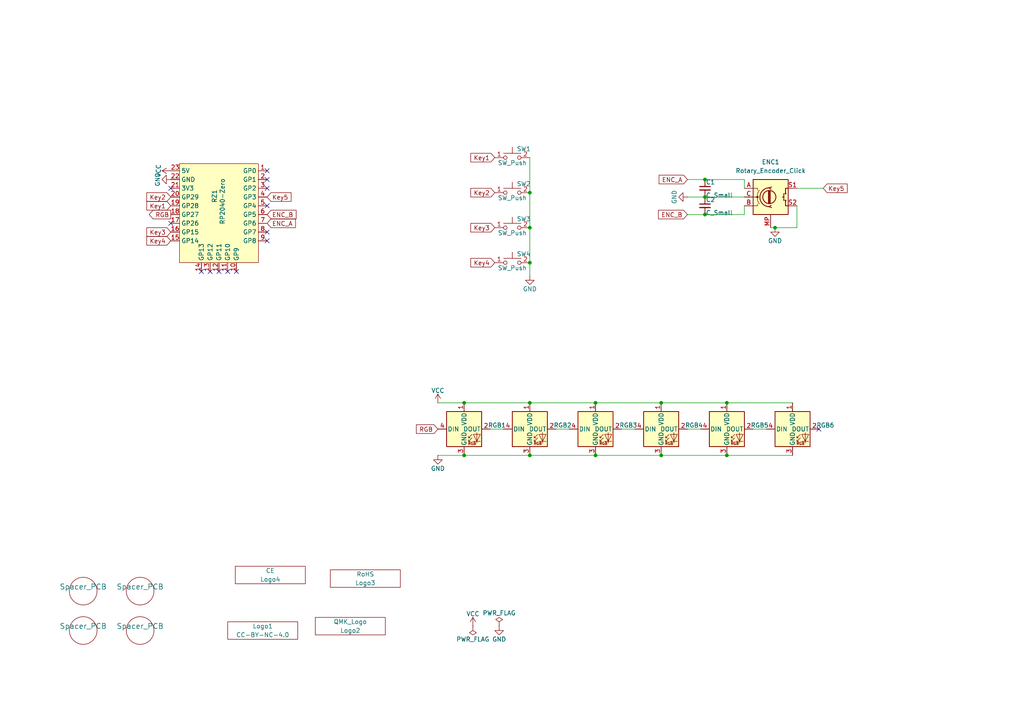
<source format=kicad_sch>
(kicad_sch (version 20250114) (generator "eeschema") (generator_version "9.0")
  (paper "A4")
  (title_block (title "Little Big Scroll 4") (date "2025-03-25") (rev "v2.00") (company "Markus Knutsson <markus.knutsson@tweety.se>") (comment 1 "https://github.com/TweetyDaBird") (comment 2 "Licensed under Creative Commons Attribution-ShareAlike 4.0 International"))
  (lib_symbols
    (symbol "Device:C_Small" (pin_numbers (hide yes)) (pin_names (offset 0.254) (hide yes))
      (property "Reference" "C" (at 0.254 1.778 0))
      (property "Value" "C_Small" (at 0.254 -2.032 0))
      (symbol "C_Small_0_1"
        (polyline (pts (xy -1.524 0.508) (xy 1.524 0.508)) (stroke (width 0.3048)))
        (polyline (pts (xy -1.524 -0.508) (xy 1.524 -0.508)) (stroke (width 0.3302)))
      )
      (symbol "C_Small_1_1"
        (pin passive line (at 0 2.54 270) (length 2.032) (name "~") (number "1"))
        (pin passive line (at 0 -2.54 90) (length 2.032) (name "~") (number "2"))
      )
    )
    (symbol "Keyboard Common:SK6812MINI-E" (pin_names (offset 0.254))
      (property "Reference" "RGB1" (at 9.525 1.1079 0))
      (symbol "SK6812MINI-E_0_0"
        (text "RGB" (at 2.286 -4.191 0) (effects (font (size 0.762 0.762))))
      )
      (symbol "SK6812MINI-E_0_1"
        (polyline (pts (xy 1.27 -2.54) (xy 1.778 -2.54)))
        (polyline (pts (xy 1.27 -3.556) (xy 1.778 -3.556)))
        (polyline (pts (xy 2.286 -1.524) (xy 1.27 -2.54) (xy 1.27 -2.032)))
        (polyline (pts (xy 2.286 -2.54) (xy 1.27 -3.556) (xy 1.27 -3.048)))
        (polyline (pts (xy 3.683 -1.016) (xy 3.683 -3.556) (xy 3.683 -4.064)))
        (polyline (pts (xy 4.699 -1.524) (xy 2.667 -1.524) (xy 3.683 -3.556) (xy 4.699 -1.524)))
        (polyline (pts (xy 4.699 -3.556) (xy 2.667 -3.556)))
        (rectangle (start 5.08 5.08) (end -5.08 -5.08) (stroke (width 0.254)) (fill (type background)))
      )
      (symbol "SK6812MINI-E_1_1"
        (pin input line (at -7.62 0 0) (length 2.54) (name "DIN") (number "4"))
        (pin power_in line (at 0 7.62 270) (length 2.54) (name "VDD") (number "1"))
        (pin power_in line (at 0 -7.62 90) (length 2.54) (name "GND") (number "3"))
        (pin output line (at 7.62 0 180) (length 2.54) (name "DOUT") (number "2"))
      )
    )
    (symbol "Keyboard Switches:Rotary_Encoder_Click" (pin_names (offset 0.254) (hide yes))
      (property "Reference" "ENC1" (at 0 10.16 0))
      (property "Value" "Rotary_Encoder_Click" (at 0 7.62 0))
      (symbol "Rotary_Encoder_Click_0_1"
        (rectangle (start -5.08 5.08) (end 5.08 -5.08) (stroke (width 0.254)) (fill (type background)))
        (polyline (pts (xy -5.08 2.54) (xy -3.81 2.54) (xy -3.81 2.032)))
        (polyline (pts (xy -5.08 0) (xy -3.81 0) (xy -3.81 -1.016) (xy -3.302 -2.032)))
        (polyline (pts (xy -5.08 -2.54) (xy -3.81 -2.54) (xy -3.81 -2.032)))
        (polyline (pts (xy -4.318 0) (xy -3.81 0) (xy -3.81 1.016) (xy -3.302 2.032)))
        (circle (center -3.81 0) (radius 0.254) (fill (type outline)))
        (polyline (pts (xy -0.635 -1.778) (xy -0.635 1.778)) (stroke (width 0.254)))
        (circle (center -0.381 0) (radius 1.905) (stroke (width 0.254)))
        (polyline (pts (xy -0.381 -1.778) (xy -0.381 1.778)) (stroke (width 0.254)))
        (arc (start -0.381 -2.794) (mid -3.0988 -0.0635) (end -0.381 2.667) (stroke (width 0.254)))
        (polyline (pts (xy -0.127 1.778) (xy -0.127 -1.778)) (stroke (width 0.254)))
        (polyline (pts (xy 0.254 2.921) (xy -0.508 2.667) (xy 0.127 2.286)) (stroke (width 0.254)))
        (polyline (pts (xy 0.254 -3.048) (xy -0.508 -2.794) (xy 0.127 -2.413)) (stroke (width 0.254)))
        (polyline (pts (xy 3.81 1.016) (xy 3.81 -1.016)) (stroke (width 0.254)))
        (polyline (pts (xy 3.81 0) (xy 3.429 0)) (stroke (width 0.254)))
        (circle (center 4.318 1.016) (radius 0.127) (stroke (width 0.254)))
        (circle (center 4.318 -1.016) (radius 0.127) (stroke (width 0.254)))
        (polyline (pts (xy 5.08 2.54) (xy 4.318 2.54) (xy 4.318 1.016)) (stroke (width 0.254)))
        (polyline (pts (xy 5.08 -2.54) (xy 4.318 -2.54) (xy 4.318 -1.016)) (stroke (width 0.254)))
      )
      (symbol "Rotary_Encoder_Click_1_1"
        (pin passive line (at -7.62 2.54 0) (length 2.54) (name "A") (number "A"))
        (pin passive line (at -7.62 0 0) (length 2.54) (name "C") (number "C"))
        (pin passive line (at -7.62 -2.54 0) (length 2.54) (name "B") (number "B"))
        (pin power_in line (at 0 -8.89 90) (length 3.7084) (name "GND") (number "MP"))
        (pin power_in line (at 0 -8.89 90) (length 3.7592) (hide yes) (name "GND") (number "MP"))
        (pin passive line (at 7.62 2.54 180) (length 2.54) (name "S1") (number "S1"))
        (pin passive line (at 7.62 -2.54 180) (length 2.54) (name "S2") (number "S2"))
      )
    )
    (symbol "Keyboard Switches:SW_MX_HotSwap" (pin_names (offset 1.016) (hide yes))
      (property "Reference" "SW" (at -1.27 5.08 0))
      (symbol "SW_MX_HotSwap_0_1"
        (circle (center -2.032 0) (radius 0.508))
        (polyline (pts (xy 0 1.27) (xy 0 3.048)))
        (circle (center 2.032 0) (radius 0.508))
        (polyline (pts (xy 2.54 1.27) (xy -2.54 1.27)))
        (pin passive line (at 5.08 0 180) (length 2.54) (name "2") (number "2"))
      )
      (symbol "SW_MX_HotSwap_1_1"
        (pin passive line (at -5.08 0 0) (length 2.54) (name "1") (number "1"))
      )
    )
    (symbol "Keyboard_Controllers:RP2040-Zero"
      (property "Reference" "RZ" (at -1.27 4.064 90))
      (property "Value" "RP2040-Zero" (at 1.016 2.54 90))
      (symbol "RP2040-Zero_0_1"
        (rectangle (start -11.43 13.462) (end 11.43 -15.24) (fill (type background)))
      )
      (symbol "RP2040-Zero_1_1"
        (pin power_in line (at -13.97 11.43 0) (length 2.54) (name "5V") (number "23"))
        (pin power_in line (at -13.97 8.89 0) (length 2.54) (name "GND") (number "22"))
        (pin power_in line (at -13.97 6.35 0) (length 2.54) (name "3V3") (number "21"))
        (pin bidirectional line (at -13.97 3.81 0) (length 2.54) (name "GP29") (number "20"))
        (pin bidirectional line (at -13.97 1.27 0) (length 2.54) (name "GP28") (number "19"))
        (pin bidirectional line (at -13.97 -1.27 0) (length 2.54) (name "GP27") (number "18"))
        (pin bidirectional line (at -13.97 -3.81 0) (length 2.54) (name "GP26") (number "17"))
        (pin bidirectional line (at -13.97 -6.35 0) (length 2.54) (name "GP15") (number "16"))
        (pin bidirectional line (at -13.97 -8.89 0) (length 2.54) (name "GP14") (number "15"))
        (pin bidirectional line (at -5.08 -17.78 90) (length 2.54) (name "GP13") (number "14"))
        (pin bidirectional line (at -2.54 -17.78 90) (length 2.54) (name "GP12") (number "13"))
        (pin bidirectional line (at 0 -17.78 90) (length 2.54) (name "GP11") (number "12"))
        (pin bidirectional line (at 2.54 -17.78 90) (length 2.54) (name "GP10") (number "11"))
        (pin bidirectional line (at 5.08 -17.78 90) (length 2.54) (name "GP9") (number "10"))
        (pin bidirectional line (at 13.97 11.43 180) (length 2.54) (name "GP0") (number "1"))
        (pin bidirectional line (at 13.97 8.89 180) (length 2.54) (name "GP1") (number "2"))
        (pin bidirectional line (at 13.97 6.35 180) (length 2.54) (name "GP2") (number "3"))
        (pin bidirectional line (at 13.97 3.81 180) (length 2.54) (name "GP3") (number "4"))
        (pin bidirectional line (at 13.97 1.27 180) (length 2.54) (name "GP4") (number "5"))
        (pin bidirectional line (at 13.97 -1.27 180) (length 2.54) (name "GP5") (number "6"))
        (pin bidirectional line (at 13.97 -3.81 180) (length 2.54) (name "GP6") (number "7"))
        (pin bidirectional line (at 13.97 -6.35 180) (length 2.54) (name "GP7") (number "8"))
        (pin bidirectional line (at 13.97 -8.89 180) (length 2.54) (name "GP8") (number "9"))
      )
    )
    (symbol "Keyboard_Plate:Spacer_PCB" (pin_names (offset 1.016))
      (property "Value" "Spacer_PCB" (at 0 1.27 0))
      (symbol "Spacer_PCB_0_1"
        (circle (center 0 0) (radius 4.0132))
      )
    )
    (symbol "Logotypes:CC-BY-NC-SA-4.0" (pin_names (offset 1.016))
      (property "Reference" "Logo" (at 0 1.27 0))
      (property "Value" "CC-BY-NC-SA-4.0" (at 0 -1.27 0))
      (symbol "CC-BY-NC-SA-4.0_0_1"
        (rectangle (start -10.16 2.54) (end 10.16 -2.54))
      )
    )
    (symbol "Logotypes:QMK_Logo" (pin_numbers (hide yes)) (pin_names (offset 0) (hide yes)) (in_bom no)
      (property "Reference" "Logo" (at 0 0 0))
      (property "Value" "QMK_Logo" (at 0 2.54 0))
      (symbol "QMK_Logo_0_1"
        (rectangle (start -10.16 3.81) (end 10.16 -1.27))
      )
    )
    (symbol "power:GND" (power) (pin_numbers (hide yes)) (pin_names (offset 0) (hide yes))
      (property "Value" "GND" (at 0 -3.81 0))
      (symbol "GND_0_1"
        (polyline (pts (xy 0 0) (xy 0 -1.27) (xy 1.27 -1.27) (xy 0 -2.54) (xy -1.27 -1.27) (xy 0 -1.27)))
      )
      (symbol "GND_1_1"
        (pin power_in line (at 0 0 270) (length 0) (name "~") (number "1"))
      )
    )
    (symbol "power:PWR_FLAG" (power) (pin_numbers (hide yes)) (pin_names (offset 0) (hide yes))
      (property "Value" "PWR_FLAG" (at 0 3.81 0))
      (symbol "PWR_FLAG_0_0"
        (pin power_out line (at 0 0 90) (length 0) (name "~") (number "1"))
      )
      (symbol "PWR_FLAG_0_1"
        (polyline (pts (xy 0 0) (xy 0 1.27) (xy -1.016 1.905) (xy 0 2.54) (xy 1.016 1.905) (xy 0 1.27)))
      )
    )
    (symbol "power:VCC" (power) (pin_numbers (hide yes)) (pin_names (offset 0) (hide yes))
      (property "Value" "VCC" (at 0 3.556 0))
      (symbol "VCC_0_1"
        (polyline (pts (xy -0.762 1.27) (xy 0 2.54)))
        (polyline (pts (xy 0 2.54) (xy 0.762 1.27)))
        (polyline (pts (xy 0 0) (xy 0 2.54)))
      )
      (symbol "VCC_1_1"
        (pin power_in line (at 0 0 90) (length 0) (name "~") (number "1"))
      )
    )
  )
  (junction (at 204.47 57.15))
  (junction (at 153.67 116.84))
  (junction (at 191.77 116.84))
  (junction (at 210.82 116.84))
  (junction (at 153.67 76.2))
  (junction (at 153.67 132.08))
  (junction (at 224.79 66.04))
  (junction (at 134.62 132.08))
  (junction (at 153.67 55.88))
  (junction (at 210.82 132.08))
  (junction (at 153.67 66.04))
  (junction (at 172.72 132.08))
  (junction (at 204.47 52.07))
  (junction (at 172.72 116.84))
  (junction (at 191.77 132.08))
  (junction (at 204.47 62.23))
  (junction (at 134.62 116.84))
  (no_connect (at 60.96 78.74))
  (no_connect (at 68.58 78.74))
  (no_connect (at 237.49 124.46))
  (no_connect (at 66.04 78.74))
  (no_connect (at 77.47 69.85))
  (no_connect (at 58.42 78.74))
  (no_connect (at 77.47 52.07))
  (no_connect (at 77.47 54.61))
  (no_connect (at 77.47 67.31))
  (no_connect (at 77.47 59.69))
  (no_connect (at 49.53 64.77))
  (no_connect (at 63.5 78.74))
  (no_connect (at 49.53 54.61))
  (no_connect (at 77.47 49.53))
  (wire (pts (xy 191.77 116.84) (xy 210.82 116.84)))
  (wire (pts (xy 229.87 132.08) (xy 210.82 132.08)))
  (wire (pts (xy 199.39 62.23) (xy 204.47 62.23)))
  (wire (pts (xy 231.14 59.69) (xy 231.14 66.04)))
  (wire (pts (xy 199.39 52.07) (xy 204.47 52.07)))
  (wire (pts (xy 210.82 132.08) (xy 191.77 132.08)))
  (wire (pts (xy 153.67 132.08) (xy 172.72 132.08)))
  (wire (pts (xy 172.72 132.08) (xy 191.77 132.08)))
  (wire (pts (xy 215.9 54.61) (xy 215.9 52.07)))
  (wire (pts (xy 153.67 45.72) (xy 153.67 55.88)))
  (wire (pts (xy 215.9 52.07) (xy 204.47 52.07)))
  (wire (pts (xy 172.72 116.84) (xy 153.67 116.84)))
  (wire (pts (xy 153.67 66.04) (xy 153.67 76.2)))
  (wire (pts (xy 134.62 116.84) (xy 127 116.84)))
  (wire (pts (xy 191.77 116.84) (xy 172.72 116.84)))
  (wire (pts (xy 153.67 116.84) (xy 134.62 116.84)))
  (wire (pts (xy 215.9 59.69) (xy 215.9 62.23)))
  (wire (pts (xy 204.47 57.15) (xy 215.9 57.15)))
  (wire (pts (xy 153.67 55.88) (xy 153.67 66.04)))
  (wire (pts (xy 224.79 66.04) (xy 223.52 66.04)))
  (wire (pts (xy 142.24 124.46) (xy 146.05 124.46)))
  (wire (pts (xy 199.39 124.46) (xy 203.2 124.46)))
  (wire (pts (xy 134.62 132.08) (xy 153.67 132.08)))
  (wire (pts (xy 238.76 54.61) (xy 231.14 54.61)))
  (wire (pts (xy 127 132.08) (xy 134.62 132.08)))
  (wire (pts (xy 161.29 124.46) (xy 165.1 124.46)))
  (wire (pts (xy 215.9 62.23) (xy 204.47 62.23)))
  (wire (pts (xy 224.79 66.04) (xy 231.14 66.04)))
  (wire (pts (xy 184.15 124.46) (xy 180.34 124.46)))
  (wire (pts (xy 199.39 57.15) (xy 204.47 57.15)))
  (wire (pts (xy 153.67 76.2) (xy 153.67 80.01)))
  (wire (pts (xy 210.82 116.84) (xy 229.87 116.84)))
  (wire (pts (xy 218.44 124.46) (xy 222.25 124.46)))
  (global_label "ENC_B" (shape input) (at 199.39 62.23 180) (property "Intersheetrefs" "${INTERSHEET_REFS}" (effects (hide yes))))
  (global_label "Key3" (shape input) (at 49.53 67.31 180) (property "Intersheetrefs" "${INTERSHEET_REFS}" (effects (hide yes))))
  (global_label "Key4" (shape input) (at 143.51 76.2 180) (property "Intersheetrefs" "${INTERSHEET_REFS}" (effects (hide yes))))
  (global_label "ENC_B" (shape input) (at 77.47 62.23 0) (property "Intersheetrefs" "${INTERSHEET_REFS}" (effects (hide yes))))
  (global_label "Key2" (shape input) (at 143.51 55.88 180) (property "Intersheetrefs" "${INTERSHEET_REFS}" (effects (hide yes))))
  (global_label "Key2" (shape input) (at 49.53 57.15 180) (property "Intersheetrefs" "${INTERSHEET_REFS}" (effects (hide yes))))
  (global_label "Key3" (shape input) (at 143.51 66.04 180) (property "Intersheetrefs" "${INTERSHEET_REFS}" (effects (hide yes))))
  (global_label "Key1" (shape input) (at 143.51 45.72 180) (property "Intersheetrefs" "${INTERSHEET_REFS}" (effects (hide yes))))
  (global_label "Key5" (shape input) (at 77.47 57.15 0) (property "Intersheetrefs" "${INTERSHEET_REFS}" (effects (hide yes))))
  (global_label "Key1" (shape input) (at 49.53 59.69 180) (property "Intersheetrefs" "${INTERSHEET_REFS}" (effects (hide yes))))
  (global_label "ENC_A" (shape input) (at 77.47 64.77 0) (property "Intersheetrefs" "${INTERSHEET_REFS}" (effects (hide yes))))
  (global_label "RGB" (shape output) (at 49.53 62.23 180) (property "Intersheetrefs" "${INTERSHEET_REFS}" (effects (hide yes))))
  (global_label "RGB" (shape input) (at 127 124.46 180) (property "Intersheetrefs" "${INTERSHEET_REFS}" (effects (hide yes))))
  (global_label "Key5" (shape input) (at 238.76 54.61 0) (property "Intersheetrefs" "${INTERSHEET_REFS}" (effects (hide yes))))
  (global_label "ENC_A" (shape input) (at 199.39 52.07 180) (property "Intersheetrefs" "${INTERSHEET_REFS}" (effects (hide yes))))
  (global_label "Key4" (shape input) (at 49.53 69.85 180) (property "Intersheetrefs" "${INTERSHEET_REFS}" (effects (hide yes))))
  (symbol (lib_id "Keyboard Common:SK6812MINI-E") (at 134.62 124.46 0) (unit 1)
    (property "Reference" "RGB1" (at 144.145 123.3521 0))
    (property "Value" "SK6812MINI-E" (effects (hide yes)))
    (property "Footprint" "Keyboard RGB:RGB_SK6812MINI-E" (effects (hide yes)))
    (property "Datasheet" "https://cdn-shop.adafruit.com/product-files/2686/SK6812MINI_REV.01-1-2.pdf" (effects (hide yes)))
  )
  (symbol (lib_id "Keyboard Common:SK6812MINI-E") (at 191.77 124.46 0) (unit 1)
    (property "Reference" "RGB4" (at 201.295 123.3521 0))
    (property "Value" "SK6812MINI-E" (effects (hide yes)))
    (property "Footprint" "Keyboard RGB:RGB_SK6812MINI-E" (effects (hide yes)))
    (property "Datasheet" "https://cdn-shop.adafruit.com/product-files/2686/SK6812MINI_REV.01-1-2.pdf" (effects (hide yes)))
  )
  (symbol (lib_id "Keyboard Common:SK6812MINI-E") (at 172.72 124.46 0) (unit 1)
    (property "Reference" "RGB3" (at 182.245 123.3521 0))
    (property "Value" "SK6812MINI-E" (effects (hide yes)))
    (property "Footprint" "Keyboard RGB:RGB_SK6812MINI-E" (effects (hide yes)))
    (property "Datasheet" "https://cdn-shop.adafruit.com/product-files/2686/SK6812MINI_REV.01-1-2.pdf" (effects (hide yes)))
  )
  (symbol (lib_id "Keyboard Common:SK6812MINI-E") (at 153.67 124.46 0) (unit 1)
    (property "Reference" "RGB2" (at 163.195 123.3521 0))
    (property "Value" "SK6812MINI-E" (effects (hide yes)))
    (property "Footprint" "Keyboard RGB:RGB_SK6812MINI-E" (effects (hide yes)))
    (property "Datasheet" "https://cdn-shop.adafruit.com/product-files/2686/SK6812MINI_REV.01-1-2.pdf" (effects (hide yes)))
  )
  (symbol (lib_id "power:VCC") (at 127 116.84 0) (unit 1)
    (property "Reference" "#PWR06" (effects (hide yes)))
    (property "Value" "VCC" (at 127 113.284 0))
    (property "Description" "Power symbol creates a global label with name \"VCC\"" (effects (hide yes)))
  )
  (symbol (lib_id "power:GND") (at 127 132.08 0) (unit 1)
    (property "Reference" "#PWR08" (effects (hide yes)))
    (property "Value" "GND" (at 127 135.89 0))
    (property "Description" "Power symbol creates a global label with name \"GND\" , ground" (effects (hide yes)))
  )
  (symbol (lib_id "Device:C_Small") (at 204.47 59.69 0) (unit 1)
    (property "Reference" "C2" (at 204.724 57.912 0) (effects (justify left)))
    (property "Value" "C_Small" (at 204.724 61.722 0) (effects (justify left)))
    (property "Description" "Unpolarized capacitor, small symbol" (effects (hide yes)))
  )
  (symbol (lib_id "Device:C_Small") (at 204.47 54.61 0) (unit 1)
    (property "Reference" "C1" (at 204.724 52.832 0) (effects (justify left)))
    (property "Value" "C_Small" (at 204.724 56.642 0) (effects (justify left)))
    (property "Description" "Unpolarized capacitor, small symbol" (effects (hide yes)))
  )
  (symbol (lib_id "power:GND") (at 199.39 57.15 270) (unit 1)
    (property "Reference" "#PWR03" (effects (hide yes)))
    (property "Value" "GND" (at 195.58 57.15 0))
    (property "Description" "Power symbol creates a global label with name \"GND\" , ground" (effects (hide yes)))
  )
  (symbol (lib_id "power:GND") (at 224.79 66.04 0) (unit 1)
    (property "Reference" "#PWR04" (effects (hide yes)))
    (property "Value" "GND" (at 224.79 69.85 0))
    (property "Description" "Power symbol creates a global label with name \"GND\" , ground" (effects (hide yes)))
  )
  (symbol (lib_id "Keyboard Common:SK6812MINI-E") (at 210.82 124.46 0) (unit 1)
    (property "Reference" "RGB5" (at 220.345 123.3521 0))
    (property "Value" "SK6812MINI-E" (effects (hide yes)))
    (property "Footprint" "Keyboard RGB:RGB_SK6812MINI-E" (effects (hide yes)))
    (property "Datasheet" "https://cdn-shop.adafruit.com/product-files/2686/SK6812MINI_REV.01-1-2.pdf" (effects (hide yes)))
  )
  (symbol (lib_id "Keyboard Common:SK6812MINI-E") (at 229.87 124.46 0) (unit 1)
    (property "Reference" "RGB6" (at 239.395 123.3521 0))
    (property "Value" "SK6812MINI-E" (effects (hide yes)))
    (property "Footprint" "Keyboard RGB:RGB_SK6812MINI-E" (effects (hide yes)))
    (property "Datasheet" "https://cdn-shop.adafruit.com/product-files/2686/SK6812MINI_REV.01-1-2.pdf" (effects (hide yes)))
  )
  (symbol (lib_id "power:PWR_FLAG") (at 144.78 181.61 0) (unit 1)
    (property "Reference" "#FLG02" (effects (hide yes)))
    (property "Value" "PWR_FLAG" (at 144.78 177.8 0))
    (property "Description" "Special symbol for telling ERC where power comes from" (effects (hide yes)))
  )
  (symbol (lib_id "power:GND") (at 144.78 181.61 0) (unit 1)
    (property "Reference" "#PWR011" (effects (hide yes)))
    (property "Value" "GND" (at 144.78 185.42 0))
    (property "Description" "Power symbol creates a global label with name \"GND\" , ground" (effects (hide yes)))
  )
  (symbol (lib_id "power:PWR_FLAG") (at 137.16 181.61 180) (unit 1)
    (property "Reference" "#FLG01" (effects (hide yes)))
    (property "Value" "PWR_FLAG" (at 137.16 185.42 0))
    (property "Description" "Special symbol for telling ERC where power comes from" (effects (hide yes)))
  )
  (symbol (lib_id "power:VCC") (at 137.16 181.61 0) (unit 1)
    (property "Reference" "#PWR010" (effects (hide yes)))
    (property "Value" "VCC" (at 137.16 178.054 0))
    (property "Description" "Power symbol creates a global label with name \"VCC\"" (effects (hide yes)))
  )
  (symbol (lib_id "Logotypes:CC-BY-NC-SA-4.0") (at 76.2 182.88 0) (unit 1)
    (property "Reference" "Logo1" (at 76.2 181.61 0))
    (property "Value" "CC-BY-NC-4.0" (at 76.2 184.15 0))
    (property "Footprint" "Logotypes:CC_BY_SA_40_line" (effects (hide yes)))
  )
  (symbol (lib_id "Logotypes:QMK_Logo") (at 101.6 182.88 0) (unit 1)
    (property "Reference" "Logo2" (at 101.6 182.88 0))
    (property "Value" "QMK_Logo" (at 101.6 180.34 0))
    (property "Footprint" "Logotypes:Powered_by_QMK" (effects (hide yes)))
  )
  (symbol (lib_id "Keyboard_Controllers:RP2040-Zero") (at 63.5 60.96 0) (unit 1)
    (property "Reference" "RZ1" (at 62.23 56.896 90))
    (property "Value" "RP2040-Zero" (at 64.516 58.42 90))
    (property "Footprint" "Keyboard Controllers:RP2040-Zero" (effects (hide yes)))
  )
  (symbol (lib_id "power:GND") (at 49.53 52.07 270) (unit 1)
    (property "Reference" "#PWR02" (effects (hide yes)))
    (property "Value" "GND" (at 45.72 52.07 0))
    (property "Description" "Power symbol creates a global label with name \"GND\" , ground" (effects (hide yes)))
  )
  (symbol (lib_id "power:VCC") (at 49.53 49.53 90) (unit 1)
    (property "Reference" "#PWR01" (effects (hide yes)))
    (property "Value" "VCC" (at 45.974 49.53 0))
    (property "Description" "Power symbol creates a global label with name \"VCC\"" (effects (hide yes)))
  )
  (symbol (lib_id "Keyboard Switches:SW_MX_HotSwap") (at 148.59 45.72 0) (unit 1)
    (property "Reference" "SW1" (at 149.86 43.18 0) (effects (justify left)))
    (property "Value" "SW_Push" (at 148.59 47.244 0))
    (property "Footprint" "Keyboard Switches:SW_MX_HotSwap" (effects (hide yes)))
    (property "Description" "Push button switch, generic, two pins" (effects (hide yes)))
  )
  (symbol (lib_id "Keyboard Switches:SW_MX_HotSwap") (at 148.59 55.88 0) (unit 1)
    (property "Reference" "SW2" (at 149.86 53.34 0) (effects (justify left)))
    (property "Value" "SW_Push" (at 148.59 57.404 0))
    (property "Footprint" "Keyboard Switches:SW_MX_HotSwap" (effects (hide yes)))
    (property "Description" "Push button switch, generic, two pins" (effects (hide yes)))
  )
  (symbol (lib_id "Keyboard Switches:SW_MX_HotSwap") (at 148.59 66.04 0) (unit 1)
    (property "Reference" "SW3" (at 149.86 63.5 0) (effects (justify left)))
    (property "Value" "SW_Push" (at 148.59 67.564 0))
    (property "Footprint" "Keyboard Switches:SW_MX_HotSwap" (effects (hide yes)))
    (property "Description" "Push button switch, generic, two pins" (effects (hide yes)))
  )
  (symbol (lib_id "Keyboard Switches:SW_MX_HotSwap") (at 148.59 76.2 0) (unit 1)
    (property "Reference" "SW4" (at 149.86 73.66 0) (effects (justify left)))
    (property "Value" "SW_Push" (at 148.59 77.724 0))
    (property "Footprint" "Keyboard Switches:SW_MX_HotSwap" (effects (hide yes)))
    (property "Description" "Push button switch, generic, two pins" (effects (hide yes)))
  )
  (symbol (lib_id "Keyboard Switches:Rotary_Encoder_Click") (at 223.52 57.15 0) (unit 1)
    (property "Reference" "ENC1" (at 223.52 46.99 0))
    (property "Value" "Rotary_Encoder_Click" (at 223.52 49.53 0))
    (property "Footprint" "Keyboard Encoders:Encoder_Alps_EC11E_Small" (effects (hide yes)))
    (property "Description" "Rotary encoder, dual channel, incremental quadrate outputs, with switch" (effects (hide yes)))
  )
  (symbol (lib_id "Keyboard_Plate:Spacer_PCB") (at 24.13 182.88 0) (unit 1)
    (property "Reference" "H3" (effects (hide yes)))
    (property "Value" "Spacer_PCB" (at 24.13 181.61 0) (effects (font (size 1.524 1.524))))
    (property "Footprint" "Keyboard Common:Spacer PCB hole" (effects (hide yes)))
  )
  (symbol (lib_id "Keyboard_Plate:Spacer_PCB") (at 40.64 182.88 0) (unit 1)
    (property "Reference" "H4" (effects (hide yes)))
    (property "Value" "Spacer_PCB" (at 40.64 181.61 0) (effects (font (size 1.524 1.524))))
    (property "Footprint" "Keyboard Common:Spacer PCB hole" (effects (hide yes)))
  )
  (symbol (lib_id "Keyboard_Plate:Spacer_PCB") (at 40.64 171.45 0) (unit 1)
    (property "Reference" "H2" (effects (hide yes)))
    (property "Value" "Spacer_PCB" (at 40.64 170.18 0) (effects (font (size 1.524 1.524))))
    (property "Footprint" "Keyboard Common:Spacer PCB hole" (effects (hide yes)))
  )
  (symbol (lib_id "Keyboard_Plate:Spacer_PCB") (at 24.13 171.45 0) (unit 1)
    (property "Reference" "H1" (effects (hide yes)))
    (property "Value" "Spacer_PCB" (at 24.13 170.18 0) (effects (font (size 1.524 1.524))))
    (property "Footprint" "Keyboard Common:Spacer PCB hole" (effects (hide yes)))
  )
  (symbol (lib_id "Logotypes:QMK_Logo") (at 105.9564 169.0789 0) (unit 1)
    (property "Reference" "Logo3" (at 105.9564 169.0789 0))
    (property "Value" "RoHS" (at 105.9564 166.5389 0))
    (property "Footprint" "Logotypes:RoHs" (effects (hide yes)))
  )
  (symbol (lib_id "power:GND") (at 153.67 80.01 0) (unit 1)
    (property "Reference" "#PWR05" (effects (hide yes)))
    (property "Value" "GND" (at 153.67 83.82 0))
    (property "Description" "Power symbol creates a global label with name \"GND\" , ground" (effects (hide yes)))
  )
  (symbol (lib_id "Logotypes:QMK_Logo") (at 78.3971 168.0455 0) (unit 1)
    (property "Reference" "Logo4" (at 78.3971 168.0455 0))
    (property "Value" "CE" (at 78.3971 165.5055 0))
    (property "Footprint" "Logotypes:CE" (effects (hide yes)))
  )
)
</source>
